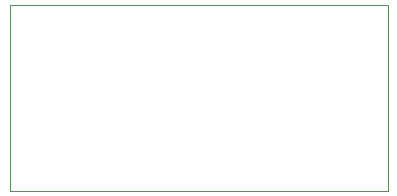
<source format=gbr>
%TF.GenerationSoftware,KiCad,Pcbnew,(5.1.10)-1*%
%TF.CreationDate,2021-10-12T15:24:05-07:00*%
%TF.ProjectId,MicroD25_Bondpad,4d696372-6f44-4323-955f-426f6e647061,rev?*%
%TF.SameCoordinates,Original*%
%TF.FileFunction,Profile,NP*%
%FSLAX46Y46*%
G04 Gerber Fmt 4.6, Leading zero omitted, Abs format (unit mm)*
G04 Created by KiCad (PCBNEW (5.1.10)-1) date 2021-10-12 15:24:05*
%MOMM*%
%LPD*%
G01*
G04 APERTURE LIST*
%TA.AperFunction,Profile*%
%ADD10C,0.050000*%
%TD*%
G04 APERTURE END LIST*
D10*
X127000000Y-142748000D02*
X127000000Y-127000000D01*
X159004000Y-142748000D02*
X127000000Y-142748000D01*
X159004000Y-127000000D02*
X159004000Y-142748000D01*
X127000000Y-127000000D02*
X159004000Y-127000000D01*
M02*

</source>
